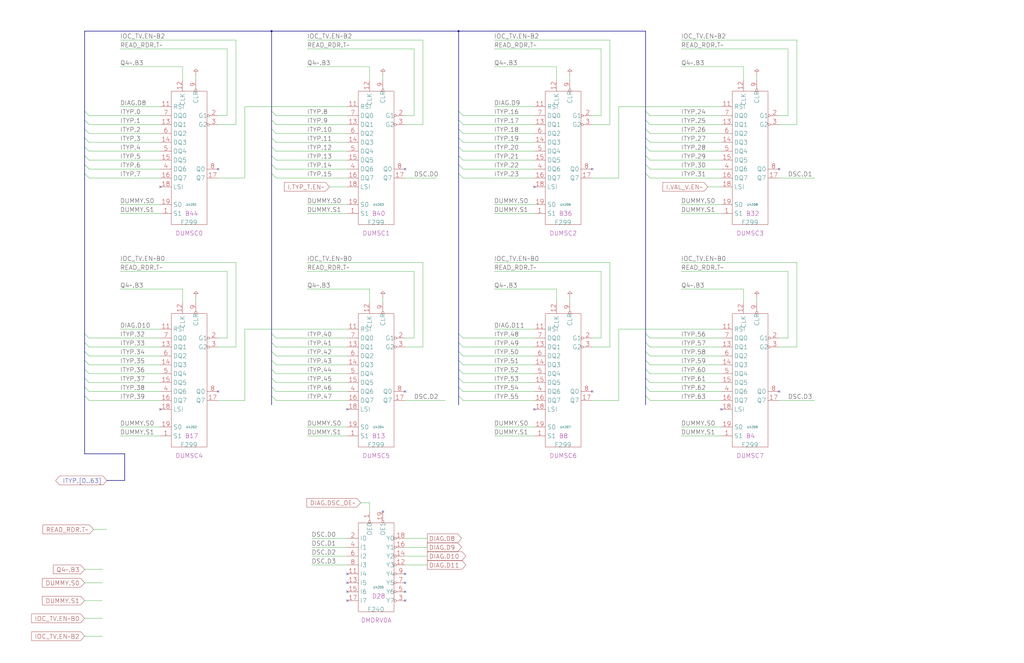
<source format=kicad_sch>
(kicad_sch (version 20230121) (generator eeschema)
  (paper "User" 584.2 378.46)
  (title_block (title "DUMMY RDR\\nTYPE") (date "22-SEP-90") (rev "2.0") (comment 1 "IOC") (comment 2 "232-003061") (comment 3 "S400") (comment 4 "RELEASED"))
  (lib_symbols
    (symbol "r1000:F240" (pin_names (offset 1.016))
      (property "Reference" "U" (at 2.54 5.08 0))
      (property "Value" "F240" (at -3.81 -7.62 0))
      (property "Location" "___" (at -1.27 0 0))
      (property "Name" "______" (at 1.27 -15.24 0))
      (symbol "F240_1_1"
        (rectangle (start -8.89 41.91) (end 11.43 -8.89))
        (circle (center -2.54 42.545) (radius 0.635))
        (circle (center 5.08 42.545) (radius 0.635))
        (circle (center 12.065 -2.54) (radius 0.635))
        (circle (center 12.065 2.54) (radius 0.635))
        (circle (center 12.065 7.62) (radius 0.635))
        (circle (center 12.065 12.7) (radius 0.635))
        (circle (center 12.065 17.78) (radius 0.635))
        (circle (center 12.065 22.86) (radius 0.635))
        (circle (center 12.065 27.94) (radius 0.635))
        (circle (center 12.065 33.02) (radius 0.635))
        (pin input line (at -2.54 48.26 270) (length 5.08) (name "OE0") (number "1"))
        (pin input line (at -15.24 12.7 0) (length 6.35) (name "I4") (number "11"))
        (pin tri_state line (at 17.78 17.78 180) (length 5.08) (name "Y3") (number "12"))
        (pin input line (at -15.24 7.62 0) (length 6.35) (name "I5") (number "13"))
        (pin tri_state line (at 17.78 22.86 180) (length 5.08) (name "Y2") (number "14"))
        (pin input line (at -15.24 2.54 0) (length 6.35) (name "I6") (number "15"))
        (pin tri_state line (at 17.78 27.94 180) (length 5.08) (name "Y1") (number "16"))
        (pin input line (at -15.24 -2.54 0) (length 6.35) (name "I7") (number "17"))
        (pin tri_state line (at 17.78 33.02 180) (length 5.08) (name "Y0") (number "18"))
        (pin input line (at 5.08 48.26 270) (length 5.08) (name "OE1") (number "19"))
        (pin input line (at -15.24 33.02 0) (length 6.35) (name "I0") (number "2"))
        (pin tri_state line (at 17.78 -2.54 180) (length 5.08) (name "Y7") (number "3"))
        (pin input line (at -15.24 27.94 0) (length 6.35) (name "I1") (number "4"))
        (pin tri_state line (at 17.78 2.54 180) (length 5.08) (name "Y6") (number "5"))
        (pin input line (at -15.24 22.86 0) (length 6.35) (name "I2") (number "6"))
        (pin tri_state line (at 17.78 7.62 180) (length 5.08) (name "Y5") (number "7"))
        (pin input line (at -15.24 17.78 0) (length 6.35) (name "I3") (number "8"))
        (pin tri_state line (at 17.78 12.7 180) (length 5.08) (name "Y4") (number "9"))
      )
    )
    (symbol "r1000:F299" (pin_names (offset 1.016))
      (property "Reference" "U" (at 2.54 5.08 0))
      (property "Value" "F299" (at -3.81 -5.08 0))
      (property "Location" "___" (at -1.27 0 0))
      (property "Name" "______" (at 1.27 -12.7 0))
      (symbol "F299_1_1"
        (rectangle (start -8.89 69.85) (end 11.43 -6.35))
        (circle (center 5.08 70.485) (radius 0.635))
        (circle (center 12.065 50.8) (radius 0.635))
        (circle (center 12.065 55.88) (radius 0.635))
        (pin input line (at -15.24 0 0) (length 6.35) (name "S1") (number "1"))
        (pin input line (at -15.24 60.96 0) (length 6.35) (name "RSI") (number "11"))
        (pin input line (at -2.54 76.2 270) (length 6.35) (name "CLK") (number "12"))
        (pin bidirectional line (at -15.24 50.8 0) (length 6.35) (name "DQ1") (number "13"))
        (pin bidirectional line (at -15.24 40.64 0) (length 6.35) (name "DQ3") (number "14"))
        (pin bidirectional line (at -15.24 30.48 0) (length 6.35) (name "DQ5") (number "15"))
        (pin bidirectional line (at -15.24 20.32 0) (length 6.35) (name "DQ7") (number "16"))
        (pin output line (at 17.78 20.32 180) (length 6.35) (name "Q7") (number "17"))
        (pin input line (at -15.24 15.24 0) (length 6.35) (name "LSI") (number "18"))
        (pin input line (at -15.24 5.08 0) (length 6.35) (name "S0") (number "19"))
        (pin input line (at 17.78 55.88 180) (length 5.08) (name "G1") (number "2"))
        (pin input line (at 17.78 50.8 180) (length 5.08) (name "G2") (number "3"))
        (pin bidirectional line (at -15.24 25.4 0) (length 6.35) (name "DQ6") (number "4"))
        (pin bidirectional line (at -15.24 35.56 0) (length 6.35) (name "DQ4") (number "5"))
        (pin bidirectional line (at -15.24 45.72 0) (length 6.35) (name "DQ2") (number "6"))
        (pin bidirectional line (at -15.24 55.88 0) (length 6.35) (name "DQ0") (number "7"))
        (pin output line (at 17.78 25.4 180) (length 6.35) (name "Q0") (number "8"))
        (pin input line (at 5.08 76.2 270) (length 5.08) (name "CLR") (number "9"))
      )
    )
    (symbol "r1000:PU" (power) (pin_numbers hide) (pin_names hide)
      (symbol "PU_0_1"
        (polyline (pts (xy 0 2.54) (xy -1.27 2.54) (xy 0 3.81) (xy 1.27 2.54) (xy 0 2.54)) (stroke (width 0.1524)))
      )
      (symbol "PU_1_1"
        (pin power_in line (at 0 0 90) (length 2.54) (name "PU") (number "1"))
      )
    )
  )
  (junction (at 154.94 17.78))
  (junction (at 261.62 17.78))
  (no_connect (at 198.12 233.68))
  (no_connect (at 198.12 327.66))
  (no_connect (at 231.14 223.52))
  (no_connect (at 124.46 96.52))
  (no_connect (at 91.44 233.68))
  (no_connect (at 231.14 96.52))
  (no_connect (at 231.14 327.66))
  (no_connect (at 218.44 292.1))
  (no_connect (at 198.12 342.9))
  (no_connect (at 91.44 106.68))
  (no_connect (at 337.82 96.52))
  (no_connect (at 444.5 223.52))
  (no_connect (at 231.14 342.9))
  (no_connect (at 337.82 223.52))
  (no_connect (at 231.14 337.82))
  (no_connect (at 444.5 96.52))
  (no_connect (at 124.46 223.52))
  (no_connect (at 198.12 337.82))
  (no_connect (at 411.48 233.68))
  (no_connect (at 198.12 332.74))
  (no_connect (at 304.8 233.68))
  (no_connect (at 304.8 106.68))
  (no_connect (at 231.14 332.74))
  (bus_entry (at 154.94 83.82) (size 2.54 2.54))
  (bus_entry (at 48.26 78.74) (size 2.54 2.54))
  (bus_entry (at 261.62 88.9) (size 2.54 2.54))
  (bus_entry (at 154.94 215.9) (size 2.54 2.54))
  (bus_entry (at 261.62 220.98) (size 2.54 2.54))
  (bus_entry (at 48.26 200.66) (size 2.54 2.54))
  (bus_entry (at 261.62 93.98) (size 2.54 2.54))
  (bus_entry (at 48.26 88.9) (size 2.54 2.54))
  (bus_entry (at 48.26 195.58) (size 2.54 2.54))
  (bus_entry (at 48.26 63.5) (size 2.54 2.54))
  (bus_entry (at 48.26 205.74) (size 2.54 2.54))
  (bus_entry (at 154.94 93.98) (size 2.54 2.54))
  (bus_entry (at 261.62 190.5) (size 2.54 2.54))
  (bus_entry (at 368.3 220.98) (size 2.54 2.54))
  (bus_entry (at 261.62 99.06) (size 2.54 2.54))
  (bus_entry (at 154.94 210.82) (size 2.54 2.54))
  (bus_entry (at 48.26 190.5) (size 2.54 2.54))
  (bus_entry (at 261.62 195.58) (size 2.54 2.54))
  (bus_entry (at 261.62 200.66) (size 2.54 2.54))
  (bus_entry (at 368.3 215.9) (size 2.54 2.54))
  (bus_entry (at 368.3 63.5) (size 2.54 2.54))
  (bus_entry (at 154.94 73.66) (size 2.54 2.54))
  (bus_entry (at 154.94 78.74) (size 2.54 2.54))
  (bus_entry (at 368.3 195.58) (size 2.54 2.54))
  (bus_entry (at 368.3 68.58) (size 2.54 2.54))
  (bus_entry (at 154.94 63.5) (size 2.54 2.54))
  (bus_entry (at 48.26 210.82) (size 2.54 2.54))
  (bus_entry (at 48.26 226.06) (size 2.54 2.54))
  (bus_entry (at 261.62 78.74) (size 2.54 2.54))
  (bus_entry (at 261.62 205.74) (size 2.54 2.54))
  (bus_entry (at 261.62 63.5) (size 2.54 2.54))
  (bus_entry (at 48.26 99.06) (size 2.54 2.54))
  (bus_entry (at 368.3 78.74) (size 2.54 2.54))
  (bus_entry (at 154.94 195.58) (size 2.54 2.54))
  (bus_entry (at 261.62 210.82) (size 2.54 2.54))
  (bus_entry (at 368.3 83.82) (size 2.54 2.54))
  (bus_entry (at 48.26 68.58) (size 2.54 2.54))
  (bus_entry (at 368.3 210.82) (size 2.54 2.54))
  (bus_entry (at 48.26 215.9) (size 2.54 2.54))
  (bus_entry (at 154.94 205.74) (size 2.54 2.54))
  (bus_entry (at 48.26 73.66) (size 2.54 2.54))
  (bus_entry (at 368.3 200.66) (size 2.54 2.54))
  (bus_entry (at 261.62 68.58) (size 2.54 2.54))
  (bus_entry (at 154.94 226.06) (size 2.54 2.54))
  (bus_entry (at 368.3 226.06) (size 2.54 2.54))
  (bus_entry (at 154.94 68.58) (size 2.54 2.54))
  (bus_entry (at 368.3 88.9) (size 2.54 2.54))
  (bus_entry (at 154.94 190.5) (size 2.54 2.54))
  (bus_entry (at 261.62 226.06) (size 2.54 2.54))
  (bus_entry (at 48.26 93.98) (size 2.54 2.54))
  (bus_entry (at 368.3 190.5) (size 2.54 2.54))
  (bus_entry (at 154.94 220.98) (size 2.54 2.54))
  (bus_entry (at 154.94 88.9) (size 2.54 2.54))
  (bus_entry (at 368.3 99.06) (size 2.54 2.54))
  (bus_entry (at 154.94 200.66) (size 2.54 2.54))
  (bus_entry (at 261.62 83.82) (size 2.54 2.54))
  (bus_entry (at 368.3 93.98) (size 2.54 2.54))
  (bus_entry (at 368.3 73.66) (size 2.54 2.54))
  (bus_entry (at 48.26 220.98) (size 2.54 2.54))
  (bus_entry (at 48.26 83.82) (size 2.54 2.54))
  (bus_entry (at 261.62 73.66) (size 2.54 2.54))
  (bus_entry (at 368.3 205.74) (size 2.54 2.54))
  (bus_entry (at 154.94 99.06) (size 2.54 2.54))
  (bus_entry (at 261.62 215.9) (size 2.54 2.54))
  (wire (pts (xy 449.58 27.94) (xy 388.62 27.94)))
  (wire (pts (xy 177.8 317.5) (xy 198.12 317.5)))
  (wire (pts (xy 210.82 172.72) (xy 210.82 165.1)))
  (wire (pts (xy 53.34 302.26) (xy 60.96 302.26)))
  (wire (pts (xy 342.9 66.04) (xy 342.9 27.94)))
  (wire (pts (xy 444.5 71.12) (xy 454.66 71.12)))
  (wire (pts (xy 124.46 228.6) (xy 139.7 228.6)))
  (wire (pts (xy 157.48 86.36) (xy 198.12 86.36)))
  (wire (pts (xy 139.7 60.96) (xy 198.12 60.96)))
  (bus (pts (xy 368.3 17.78) (xy 261.62 17.78)))
  (bus (pts (xy 261.62 205.74) (xy 261.62 210.82)))
  (wire (pts (xy 210.82 45.72) (xy 210.82 38.1)))
  (wire (pts (xy 157.48 223.52) (xy 198.12 223.52)))
  (bus (pts (xy 154.94 83.82) (xy 154.94 88.9)))
  (wire (pts (xy 210.82 287.02) (xy 210.82 292.1)))
  (wire (pts (xy 449.58 66.04) (xy 449.58 27.94)))
  (bus (pts (xy 154.94 78.74) (xy 154.94 83.82)))
  (bus (pts (xy 368.3 215.9) (xy 368.3 220.98)))
  (bus (pts (xy 261.62 195.58) (xy 261.62 200.66)))
  (wire (pts (xy 177.8 312.42) (xy 198.12 312.42)))
  (bus (pts (xy 368.3 17.78) (xy 368.3 63.5)))
  (wire (pts (xy 50.8 213.36) (xy 91.44 213.36)))
  (bus (pts (xy 368.3 63.5) (xy 368.3 68.58)))
  (wire (pts (xy 236.22 193.04) (xy 236.22 154.94)))
  (wire (pts (xy 353.06 228.6) (xy 353.06 187.96)))
  (bus (pts (xy 261.62 17.78) (xy 154.94 17.78)))
  (wire (pts (xy 50.8 203.2) (xy 91.44 203.2)))
  (wire (pts (xy 337.82 71.12) (xy 347.98 71.12)))
  (wire (pts (xy 111.76 170.18) (xy 111.76 172.72)))
  (wire (pts (xy 449.58 154.94) (xy 388.62 154.94)))
  (wire (pts (xy 236.22 27.94) (xy 175.26 27.94)))
  (wire (pts (xy 231.14 322.58) (xy 243.84 322.58)))
  (bus (pts (xy 154.94 200.66) (xy 154.94 205.74)))
  (bus (pts (xy 261.62 93.98) (xy 261.62 99.06)))
  (bus (pts (xy 154.94 210.82) (xy 154.94 215.9)))
  (bus (pts (xy 261.62 190.5) (xy 261.62 195.58)))
  (bus (pts (xy 154.94 88.9) (xy 154.94 93.98)))
  (wire (pts (xy 444.5 193.04) (xy 449.58 193.04)))
  (wire (pts (xy 424.18 165.1) (xy 388.62 165.1)))
  (wire (pts (xy 454.66 71.12) (xy 454.66 22.86)))
  (wire (pts (xy 210.82 165.1) (xy 175.26 165.1)))
  (bus (pts (xy 368.3 205.74) (xy 368.3 210.82)))
  (wire (pts (xy 187.96 106.68) (xy 198.12 106.68)))
  (bus (pts (xy 48.26 17.78) (xy 48.26 63.5)))
  (wire (pts (xy 157.48 203.2) (xy 198.12 203.2)))
  (bus (pts (xy 48.26 215.9) (xy 48.26 220.98)))
  (wire (pts (xy 68.58 248.92) (xy 91.44 248.92)))
  (wire (pts (xy 231.14 198.12) (xy 241.3 198.12)))
  (wire (pts (xy 175.26 243.84) (xy 198.12 243.84)))
  (wire (pts (xy 353.06 60.96) (xy 411.48 60.96)))
  (wire (pts (xy 337.82 101.6) (xy 353.06 101.6)))
  (wire (pts (xy 281.94 187.96) (xy 304.8 187.96)))
  (wire (pts (xy 370.84 193.04) (xy 411.48 193.04)))
  (wire (pts (xy 134.62 22.86) (xy 68.58 22.86)))
  (wire (pts (xy 370.84 203.2) (xy 411.48 203.2)))
  (wire (pts (xy 157.48 193.04) (xy 198.12 193.04)))
  (wire (pts (xy 124.46 66.04) (xy 129.54 66.04)))
  (bus (pts (xy 368.3 83.82) (xy 368.3 88.9)))
  (wire (pts (xy 337.82 193.04) (xy 342.9 193.04)))
  (wire (pts (xy 325.12 170.18) (xy 325.12 172.72)))
  (wire (pts (xy 403.86 106.68) (xy 411.48 106.68)))
  (wire (pts (xy 424.18 38.1) (xy 388.62 38.1)))
  (bus (pts (xy 261.62 210.82) (xy 261.62 215.9)))
  (wire (pts (xy 264.16 66.04) (xy 304.8 66.04)))
  (bus (pts (xy 261.62 215.9) (xy 261.62 220.98)))
  (wire (pts (xy 139.7 228.6) (xy 139.7 187.96)))
  (wire (pts (xy 454.66 22.86) (xy 388.62 22.86)))
  (wire (pts (xy 175.26 121.92) (xy 198.12 121.92)))
  (wire (pts (xy 388.62 121.92) (xy 411.48 121.92)))
  (bus (pts (xy 154.94 99.06) (xy 154.94 190.5)))
  (wire (pts (xy 104.14 172.72) (xy 104.14 165.1)))
  (wire (pts (xy 50.8 96.52) (xy 91.44 96.52)))
  (bus (pts (xy 48.26 190.5) (xy 48.26 195.58)))
  (wire (pts (xy 134.62 71.12) (xy 134.62 22.86)))
  (bus (pts (xy 60.96 274.32) (xy 71.12 274.32)))
  (wire (pts (xy 347.98 198.12) (xy 347.98 149.86)))
  (wire (pts (xy 236.22 66.04) (xy 236.22 27.94)))
  (wire (pts (xy 50.8 223.52) (xy 91.44 223.52)))
  (bus (pts (xy 154.94 215.9) (xy 154.94 220.98)))
  (wire (pts (xy 129.54 27.94) (xy 68.58 27.94)))
  (bus (pts (xy 48.26 226.06) (xy 48.26 259.08)))
  (wire (pts (xy 68.58 121.92) (xy 91.44 121.92)))
  (wire (pts (xy 50.8 66.04) (xy 91.44 66.04)))
  (wire (pts (xy 281.94 60.96) (xy 304.8 60.96)))
  (wire (pts (xy 342.9 193.04) (xy 342.9 154.94)))
  (wire (pts (xy 231.14 307.34) (xy 243.84 307.34)))
  (bus (pts (xy 154.94 205.74) (xy 154.94 210.82)))
  (wire (pts (xy 48.26 342.9) (xy 58.42 342.9)))
  (wire (pts (xy 370.84 81.28) (xy 411.48 81.28)))
  (wire (pts (xy 444.5 198.12) (xy 454.66 198.12)))
  (wire (pts (xy 317.5 165.1) (xy 281.94 165.1)))
  (wire (pts (xy 50.8 76.2) (xy 91.44 76.2)))
  (wire (pts (xy 157.48 198.12) (xy 198.12 198.12)))
  (wire (pts (xy 370.84 86.36) (xy 411.48 86.36)))
  (wire (pts (xy 241.3 71.12) (xy 241.3 22.86)))
  (wire (pts (xy 353.06 101.6) (xy 353.06 60.96)))
  (wire (pts (xy 157.48 208.28) (xy 198.12 208.28)))
  (wire (pts (xy 231.14 317.5) (xy 243.84 317.5)))
  (wire (pts (xy 241.3 198.12) (xy 241.3 149.86)))
  (wire (pts (xy 388.62 116.84) (xy 411.48 116.84)))
  (bus (pts (xy 368.3 226.06) (xy 368.3 231.14)))
  (wire (pts (xy 231.14 66.04) (xy 236.22 66.04)))
  (wire (pts (xy 264.16 208.28) (xy 304.8 208.28)))
  (wire (pts (xy 231.14 312.42) (xy 243.84 312.42)))
  (wire (pts (xy 175.26 248.92) (xy 198.12 248.92)))
  (wire (pts (xy 134.62 149.86) (xy 68.58 149.86)))
  (wire (pts (xy 177.8 307.34) (xy 198.12 307.34)))
  (wire (pts (xy 325.12 43.18) (xy 325.12 45.72)))
  (wire (pts (xy 317.5 45.72) (xy 317.5 38.1)))
  (wire (pts (xy 337.82 198.12) (xy 347.98 198.12)))
  (wire (pts (xy 264.16 71.12) (xy 304.8 71.12)))
  (wire (pts (xy 218.44 43.18) (xy 218.44 45.72)))
  (wire (pts (xy 264.16 228.6) (xy 304.8 228.6)))
  (wire (pts (xy 317.5 38.1) (xy 281.94 38.1)))
  (bus (pts (xy 154.94 68.58) (xy 154.94 73.66)))
  (bus (pts (xy 48.26 210.82) (xy 48.26 215.9)))
  (bus (pts (xy 154.94 226.06) (xy 154.94 231.14)))
  (wire (pts (xy 353.06 187.96) (xy 411.48 187.96)))
  (bus (pts (xy 48.26 93.98) (xy 48.26 99.06)))
  (wire (pts (xy 50.8 208.28) (xy 91.44 208.28)))
  (bus (pts (xy 48.26 68.58) (xy 48.26 73.66)))
  (bus (pts (xy 368.3 68.58) (xy 368.3 73.66)))
  (bus (pts (xy 48.26 88.9) (xy 48.26 93.98)))
  (wire (pts (xy 134.62 198.12) (xy 134.62 149.86)))
  (wire (pts (xy 454.66 198.12) (xy 454.66 149.86)))
  (wire (pts (xy 157.48 101.6) (xy 198.12 101.6)))
  (wire (pts (xy 347.98 22.86) (xy 281.94 22.86)))
  (bus (pts (xy 261.62 226.06) (xy 261.62 231.14)))
  (bus (pts (xy 154.94 17.78) (xy 48.26 17.78)))
  (wire (pts (xy 342.9 27.94) (xy 281.94 27.94)))
  (wire (pts (xy 370.84 208.28) (xy 411.48 208.28)))
  (wire (pts (xy 50.8 218.44) (xy 91.44 218.44)))
  (wire (pts (xy 264.16 101.6) (xy 304.8 101.6)))
  (wire (pts (xy 264.16 81.28) (xy 304.8 81.28)))
  (wire (pts (xy 347.98 149.86) (xy 281.94 149.86)))
  (bus (pts (xy 261.62 68.58) (xy 261.62 73.66)))
  (wire (pts (xy 424.18 172.72) (xy 424.18 165.1)))
  (wire (pts (xy 388.62 248.92) (xy 411.48 248.92)))
  (bus (pts (xy 368.3 195.58) (xy 368.3 200.66)))
  (bus (pts (xy 48.26 78.74) (xy 48.26 83.82)))
  (wire (pts (xy 50.8 71.12) (xy 91.44 71.12)))
  (wire (pts (xy 50.8 228.6) (xy 91.44 228.6)))
  (wire (pts (xy 48.26 353.06) (xy 58.42 353.06)))
  (wire (pts (xy 370.84 213.36) (xy 411.48 213.36)))
  (wire (pts (xy 264.16 193.04) (xy 304.8 193.04)))
  (wire (pts (xy 157.48 228.6) (xy 198.12 228.6)))
  (wire (pts (xy 124.46 193.04) (xy 129.54 193.04)))
  (bus (pts (xy 48.26 195.58) (xy 48.26 200.66)))
  (bus (pts (xy 261.62 73.66) (xy 261.62 78.74)))
  (wire (pts (xy 264.16 213.36) (xy 304.8 213.36)))
  (bus (pts (xy 71.12 274.32) (xy 71.12 259.08)))
  (wire (pts (xy 157.48 213.36) (xy 198.12 213.36)))
  (wire (pts (xy 68.58 116.84) (xy 91.44 116.84)))
  (wire (pts (xy 139.7 187.96) (xy 198.12 187.96)))
  (wire (pts (xy 175.26 116.84) (xy 198.12 116.84)))
  (wire (pts (xy 231.14 71.12) (xy 241.3 71.12)))
  (wire (pts (xy 48.26 332.74) (xy 58.42 332.74)))
  (wire (pts (xy 347.98 71.12) (xy 347.98 22.86)))
  (wire (pts (xy 342.9 154.94) (xy 281.94 154.94)))
  (bus (pts (xy 368.3 220.98) (xy 368.3 226.06)))
  (wire (pts (xy 264.16 76.2) (xy 304.8 76.2)))
  (wire (pts (xy 337.82 228.6) (xy 353.06 228.6)))
  (wire (pts (xy 370.84 228.6) (xy 411.48 228.6)))
  (wire (pts (xy 231.14 193.04) (xy 236.22 193.04)))
  (wire (pts (xy 104.14 38.1) (xy 68.58 38.1)))
  (bus (pts (xy 261.62 88.9) (xy 261.62 93.98)))
  (wire (pts (xy 50.8 198.12) (xy 91.44 198.12)))
  (bus (pts (xy 154.94 63.5) (xy 154.94 68.58)))
  (bus (pts (xy 368.3 73.66) (xy 368.3 78.74)))
  (wire (pts (xy 264.16 198.12) (xy 304.8 198.12)))
  (wire (pts (xy 68.58 187.96) (xy 91.44 187.96)))
  (wire (pts (xy 68.58 60.96) (xy 91.44 60.96)))
  (wire (pts (xy 370.84 91.44) (xy 411.48 91.44)))
  (wire (pts (xy 50.8 193.04) (xy 91.44 193.04)))
  (wire (pts (xy 157.48 71.12) (xy 198.12 71.12)))
  (bus (pts (xy 48.26 205.74) (xy 48.26 210.82)))
  (wire (pts (xy 424.18 45.72) (xy 424.18 38.1)))
  (bus (pts (xy 368.3 190.5) (xy 368.3 195.58)))
  (bus (pts (xy 48.26 99.06) (xy 48.26 190.5)))
  (bus (pts (xy 261.62 78.74) (xy 261.62 83.82)))
  (wire (pts (xy 264.16 96.52) (xy 304.8 96.52)))
  (wire (pts (xy 370.84 76.2) (xy 411.48 76.2)))
  (wire (pts (xy 129.54 66.04) (xy 129.54 27.94)))
  (wire (pts (xy 157.48 66.04) (xy 198.12 66.04)))
  (wire (pts (xy 388.62 243.84) (xy 411.48 243.84)))
  (wire (pts (xy 205.74 287.02) (xy 210.82 287.02)))
  (wire (pts (xy 124.46 198.12) (xy 134.62 198.12)))
  (wire (pts (xy 177.8 322.58) (xy 198.12 322.58)))
  (wire (pts (xy 104.14 45.72) (xy 104.14 38.1)))
  (wire (pts (xy 264.16 91.44) (xy 304.8 91.44)))
  (wire (pts (xy 264.16 223.52) (xy 304.8 223.52)))
  (wire (pts (xy 210.82 38.1) (xy 175.26 38.1)))
  (bus (pts (xy 261.62 220.98) (xy 261.62 226.06)))
  (wire (pts (xy 370.84 66.04) (xy 411.48 66.04)))
  (wire (pts (xy 104.14 165.1) (xy 68.58 165.1)))
  (wire (pts (xy 157.48 76.2) (xy 198.12 76.2)))
  (bus (pts (xy 368.3 210.82) (xy 368.3 215.9)))
  (wire (pts (xy 50.8 101.6) (xy 91.44 101.6)))
  (wire (pts (xy 231.14 101.6) (xy 248.92 101.6)))
  (wire (pts (xy 454.66 149.86) (xy 388.62 149.86)))
  (wire (pts (xy 129.54 154.94) (xy 68.58 154.94)))
  (wire (pts (xy 231.14 228.6) (xy 254 228.6)))
  (wire (pts (xy 281.94 121.92) (xy 304.8 121.92)))
  (wire (pts (xy 264.16 203.2) (xy 304.8 203.2)))
  (bus (pts (xy 48.26 83.82) (xy 48.26 88.9)))
  (wire (pts (xy 157.48 81.28) (xy 198.12 81.28)))
  (wire (pts (xy 241.3 149.86) (xy 175.26 149.86)))
  (wire (pts (xy 124.46 101.6) (xy 139.7 101.6)))
  (bus (pts (xy 71.12 259.08) (xy 48.26 259.08)))
  (bus (pts (xy 154.94 195.58) (xy 154.94 200.66)))
  (wire (pts (xy 157.48 91.44) (xy 198.12 91.44)))
  (wire (pts (xy 218.44 170.18) (xy 218.44 172.72)))
  (wire (pts (xy 50.8 81.28) (xy 91.44 81.28)))
  (wire (pts (xy 157.48 218.44) (xy 198.12 218.44)))
  (bus (pts (xy 48.26 200.66) (xy 48.26 205.74)))
  (wire (pts (xy 370.84 198.12) (xy 411.48 198.12)))
  (wire (pts (xy 124.46 71.12) (xy 134.62 71.12)))
  (bus (pts (xy 154.94 190.5) (xy 154.94 195.58)))
  (bus (pts (xy 368.3 200.66) (xy 368.3 205.74)))
  (wire (pts (xy 317.5 172.72) (xy 317.5 165.1)))
  (wire (pts (xy 281.94 116.84) (xy 304.8 116.84)))
  (wire (pts (xy 370.84 223.52) (xy 411.48 223.52)))
  (wire (pts (xy 50.8 86.36) (xy 91.44 86.36)))
  (bus (pts (xy 261.62 63.5) (xy 261.62 68.58)))
  (wire (pts (xy 264.16 218.44) (xy 304.8 218.44)))
  (wire (pts (xy 337.82 66.04) (xy 342.9 66.04)))
  (bus (pts (xy 368.3 99.06) (xy 368.3 190.5)))
  (wire (pts (xy 281.94 243.84) (xy 304.8 243.84)))
  (bus (pts (xy 48.26 63.5) (xy 48.26 68.58)))
  (wire (pts (xy 48.26 363.22) (xy 58.42 363.22)))
  (wire (pts (xy 157.48 96.52) (xy 198.12 96.52)))
  (wire (pts (xy 444.5 101.6) (xy 464.82 101.6)))
  (bus (pts (xy 261.62 200.66) (xy 261.62 205.74)))
  (bus (pts (xy 154.94 220.98) (xy 154.94 226.06)))
  (wire (pts (xy 449.58 193.04) (xy 449.58 154.94)))
  (wire (pts (xy 68.58 243.84) (xy 91.44 243.84)))
  (wire (pts (xy 370.84 71.12) (xy 411.48 71.12)))
  (wire (pts (xy 241.3 22.86) (xy 175.26 22.86)))
  (wire (pts (xy 370.84 96.52) (xy 411.48 96.52)))
  (wire (pts (xy 48.26 325.12) (xy 58.42 325.12)))
  (wire (pts (xy 444.5 228.6) (xy 464.82 228.6)))
  (bus (pts (xy 261.62 99.06) (xy 261.62 190.5)))
  (wire (pts (xy 236.22 154.94) (xy 175.26 154.94)))
  (wire (pts (xy 444.5 66.04) (xy 449.58 66.04)))
  (wire (pts (xy 139.7 101.6) (xy 139.7 60.96)))
  (wire (pts (xy 281.94 248.92) (xy 304.8 248.92)))
  (wire (pts (xy 264.16 86.36) (xy 304.8 86.36)))
  (bus (pts (xy 48.26 220.98) (xy 48.26 226.06)))
  (wire (pts (xy 431.8 43.18) (xy 431.8 45.72)))
  (bus (pts (xy 368.3 88.9) (xy 368.3 93.98)))
  (wire (pts (xy 111.76 43.18) (xy 111.76 45.72)))
  (bus (pts (xy 261.62 17.78) (xy 261.62 63.5)))
  (bus (pts (xy 154.94 17.78) (xy 154.94 63.5)))
  (bus (pts (xy 154.94 93.98) (xy 154.94 99.06)))
  (wire (pts (xy 129.54 193.04) (xy 129.54 154.94)))
  (bus (pts (xy 154.94 73.66) (xy 154.94 78.74)))
  (wire (pts (xy 370.84 218.44) (xy 411.48 218.44)))
  (bus (pts (xy 48.26 73.66) (xy 48.26 78.74)))
  (bus (pts (xy 261.62 83.82) (xy 261.62 88.9)))
  (wire (pts (xy 431.8 170.18) (xy 431.8 172.72)))
  (wire (pts (xy 370.84 101.6) (xy 411.48 101.6)))
  (bus (pts (xy 368.3 93.98) (xy 368.3 99.06)))
  (wire (pts (xy 50.8 91.44) (xy 91.44 91.44)))
  (bus (pts (xy 368.3 78.74) (xy 368.3 83.82)))
  (label "ITYP.9" (at 175.26 71.12 0) (effects (font (size 2.54 2.54))))
  (label "Q4~.B3" (at 175.26 165.1 0) (effects (font (size 2.54 2.54))))
  (label "IOC_TV.EN~B0" (at 175.26 149.86 0) (effects (font (size 2.54 2.54))))
  (label "ITYP.48" (at 281.94 193.04 0) (effects (font (size 2.54 2.54))))
  (label "DSC.D0" (at 236.22 101.6 0) (effects (font (size 2.54 2.54))))
  (label "ITYP.40" (at 175.26 193.04 0) (effects (font (size 2.54 2.54))))
  (label "ITYP.30" (at 388.62 96.52 0) (effects (font (size 2.54 2.54))))
  (label "DIAG.D10" (at 68.58 187.96 0) (effects (font (size 2.54 2.54))))
  (label "ITYP.38" (at 68.58 223.52 0) (effects (font (size 2.54 2.54))))
  (label "ITYP.49" (at 281.94 198.12 0) (effects (font (size 2.54 2.54))))
  (label "ITYP.14" (at 175.26 96.52 0) (effects (font (size 2.54 2.54))))
  (label "READ_RDR.T~" (at 388.62 154.94 0) (effects (font (size 2.54 2.54))))
  (label "ITYP.21" (at 281.94 91.44 0) (effects (font (size 2.54 2.54))))
  (label "DUMMY.S0" (at 68.58 243.84 0) (effects (font (size 2.54 2.54))))
  (label "DUMMY.S0" (at 175.26 116.84 0) (effects (font (size 2.54 2.54))))
  (label "DIAG.D8" (at 68.58 60.96 0) (effects (font (size 2.54 2.54))))
  (label "ITYP.25" (at 388.62 71.12 0) (effects (font (size 2.54 2.54))))
  (label "ITYP.39" (at 68.58 228.6 0) (effects (font (size 2.54 2.54))))
  (label "DSC.D0" (at 177.8 307.34 0) (effects (font (size 2.54 2.54))))
  (label "ITYP.18" (at 281.94 76.2 0) (effects (font (size 2.54 2.54))))
  (label "IOC_TV.EN~B0" (at 281.94 149.86 0) (effects (font (size 2.54 2.54))))
  (label "ITYP.33" (at 68.58 198.12 0) (effects (font (size 2.54 2.54))))
  (label "ITYP.24" (at 388.62 66.04 0) (effects (font (size 2.54 2.54))))
  (label "ITYP.23" (at 281.94 101.6 0) (effects (font (size 2.54 2.54))))
  (label "Q4~.B3" (at 388.62 165.1 0) (effects (font (size 2.54 2.54))))
  (label "ITYP.32" (at 68.58 193.04 0) (effects (font (size 2.54 2.54))))
  (label "ITYP.61" (at 388.62 218.44 0) (effects (font (size 2.54 2.54))))
  (label "DUMMY.S1" (at 68.58 248.92 0) (effects (font (size 2.54 2.54))))
  (label "IOC_TV.EN~B2" (at 175.26 22.86 0) (effects (font (size 2.54 2.54))))
  (label "ITYP.3" (at 68.58 81.28 0) (effects (font (size 2.54 2.54))))
  (label "ITYP.53" (at 281.94 218.44 0) (effects (font (size 2.54 2.54))))
  (label "ITYP.34" (at 68.58 203.2 0) (effects (font (size 2.54 2.54))))
  (label "DUMMY.S1" (at 388.62 248.92 0) (effects (font (size 2.54 2.54))))
  (label "READ_RDR.T~" (at 388.62 27.94 0) (effects (font (size 2.54 2.54))))
  (label "ITYP.57" (at 388.62 198.12 0) (effects (font (size 2.54 2.54))))
  (label "Q4~.B3" (at 68.58 38.1 0) (effects (font (size 2.54 2.54))))
  (label "ITYP.8" (at 175.26 66.04 0) (effects (font (size 2.54 2.54))))
  (label "ITYP.51" (at 281.94 208.28 0) (effects (font (size 2.54 2.54))))
  (label "READ_RDR.T~" (at 175.26 27.94 0) (effects (font (size 2.54 2.54))))
  (label "ITYP.15" (at 175.26 101.6 0) (effects (font (size 2.54 2.54))))
  (label "ITYP.36" (at 68.58 213.36 0) (effects (font (size 2.54 2.54))))
  (label "DSC.D2" (at 236.22 228.6 0) (effects (font (size 2.54 2.54))))
  (label "ITYP.5" (at 68.58 91.44 0) (effects (font (size 2.54 2.54))))
  (label "ITYP.7" (at 68.58 101.6 0) (effects (font (size 2.54 2.54))))
  (label "DSC.D3" (at 449.58 228.6 0) (effects (font (size 2.54 2.54))))
  (label "DSC.D1" (at 449.58 101.6 0) (effects (font (size 2.54 2.54))))
  (label "DUMMY.S0" (at 175.26 243.84 0) (effects (font (size 2.54 2.54))))
  (label "ITYP.2" (at 68.58 76.2 0) (effects (font (size 2.54 2.54))))
  (label "ITYP.20" (at 281.94 86.36 0) (effects (font (size 2.54 2.54))))
  (label "ITYP.58" (at 388.62 203.2 0) (effects (font (size 2.54 2.54))))
  (label "ITYP.44" (at 175.26 213.36 0) (effects (font (size 2.54 2.54))))
  (label "ITYP.13" (at 175.26 91.44 0) (effects (font (size 2.54 2.54))))
  (label "DUMMY.S1" (at 281.94 248.92 0) (effects (font (size 2.54 2.54))))
  (label "ITYP.56" (at 388.62 193.04 0) (effects (font (size 2.54 2.54))))
  (label "IOC_TV.EN~B2" (at 68.58 22.86 0) (effects (font (size 2.54 2.54))))
  (label "ITYP.35" (at 68.58 208.28 0) (effects (font (size 2.54 2.54))))
  (label "ITYP.41" (at 175.26 198.12 0) (effects (font (size 2.54 2.54))))
  (label "ITYP.26" (at 388.62 76.2 0) (effects (font (size 2.54 2.54))))
  (label "READ_RDR.T~" (at 68.58 154.94 0) (effects (font (size 2.54 2.54))))
  (label "DIAG.D11" (at 281.94 187.96 0) (effects (font (size 2.54 2.54))))
  (label "ITYP.28" (at 388.62 86.36 0) (effects (font (size 2.54 2.54))))
  (label "DSC.D3" (at 177.8 322.58 0) (effects (font (size 2.54 2.54))))
  (label "DUMMY.S0" (at 281.94 243.84 0) (effects (font (size 2.54 2.54))))
  (label "Q4~.B3" (at 175.26 38.1 0) (effects (font (size 2.54 2.54))))
  (label "READ_RDR.T~" (at 175.26 154.94 0) (effects (font (size 2.54 2.54))))
  (label "DUMMY.S1" (at 68.58 121.92 0) (effects (font (size 2.54 2.54))))
  (label "DUMMY.S0" (at 388.62 116.84 0) (effects (font (size 2.54 2.54))))
  (label "ITYP.42" (at 175.26 203.2 0) (effects (font (size 2.54 2.54))))
  (label "ITYP.0" (at 68.58 66.04 0) (effects (font (size 2.54 2.54))))
  (label "ITYP.63" (at 388.62 228.6 0) (effects (font (size 2.54 2.54))))
  (label "ITYP.52" (at 281.94 213.36 0) (effects (font (size 2.54 2.54))))
  (label "ITYP.10" (at 175.26 76.2 0) (effects (font (size 2.54 2.54))))
  (label "DUMMY.S0" (at 281.94 116.84 0) (effects (font (size 2.54 2.54))))
  (label "ITYP.16" (at 281.94 66.04 0) (effects (font (size 2.54 2.54))))
  (label "DUMMY.S1" (at 175.26 121.92 0) (effects (font (size 2.54 2.54))))
  (label "ITYP.11" (at 175.26 81.28 0) (effects (font (size 2.54 2.54))))
  (label "DIAG.D9" (at 281.94 60.96 0) (effects (font (size 2.54 2.54))))
  (label "ITYP.37" (at 68.58 218.44 0) (effects (font (size 2.54 2.54))))
  (label "ITYP.29" (at 388.62 91.44 0) (effects (font (size 2.54 2.54))))
  (label "DUMMY.S0" (at 388.62 243.84 0) (effects (font (size 2.54 2.54))))
  (label "ITYP.47" (at 175.26 228.6 0) (effects (font (size 2.54 2.54))))
  (label "DSC.D2" (at 177.8 317.5 0) (effects (font (size 2.54 2.54))))
  (label "ITYP.12" (at 175.26 86.36 0) (effects (font (size 2.54 2.54))))
  (label "Q4~.B3" (at 68.58 165.1 0) (effects (font (size 2.54 2.54))))
  (label "ITYP.60" (at 388.62 213.36 0) (effects (font (size 2.54 2.54))))
  (label "DUMMY.S1" (at 388.62 121.92 0) (effects (font (size 2.54 2.54))))
  (label "ITYP.46" (at 175.26 223.52 0) (effects (font (size 2.54 2.54))))
  (label "ITYP.55" (at 281.94 228.6 0) (effects (font (size 2.54 2.54))))
  (label "Q4~.B3" (at 388.62 38.1 0) (effects (font (size 2.54 2.54))))
  (label "Q4~.B3" (at 281.94 38.1 0) (effects (font (size 2.54 2.54))))
  (label "ITYP.1" (at 68.58 71.12 0) (effects (font (size 2.54 2.54))))
  (label "ITYP.59" (at 388.62 208.28 0) (effects (font (size 2.54 2.54))))
  (label "READ_RDR.T~" (at 68.58 27.94 0) (effects (font (size 2.54 2.54))))
  (label "ITYP.62" (at 388.62 223.52 0) (effects (font (size 2.54 2.54))))
  (label "IOC_TV.EN~B2" (at 281.94 22.86 0) (effects (font (size 2.54 2.54))))
  (label "ITYP.22" (at 281.94 96.52 0) (effects (font (size 2.54 2.54))))
  (label "IOC_TV.EN~B0" (at 388.62 149.86 0) (effects (font (size 2.54 2.54))))
  (label "ITYP.43" (at 175.26 208.28 0) (effects (font (size 2.54 2.54))))
  (label "ITYP.4" (at 68.58 86.36 0) (effects (font (size 2.54 2.54))))
  (label "IOC_TV.EN~B2" (at 388.62 22.86 0) (effects (font (size 2.54 2.54))))
  (label "DUMMY.S1" (at 175.26 248.92 0) (effects (font (size 2.54 2.54))))
  (label "DSC.D1" (at 177.8 312.42 0) (effects (font (size 2.54 2.54))))
  (label "ITYP.6" (at 68.58 96.52 0) (effects (font (size 2.54 2.54))))
  (label "ITYP.45" (at 175.26 218.44 0) (effects (font (size 2.54 2.54))))
  (label "ITYP.27" (at 388.62 81.28 0) (effects (font (size 2.54 2.54))))
  (label "IOC_TV.EN~B0" (at 68.58 149.86 0) (effects (font (size 2.54 2.54))))
  (label "ITYP.17" (at 281.94 71.12 0) (effects (font (size 2.54 2.54))))
  (label "Q4~.B3" (at 281.94 165.1 0) (effects (font (size 2.54 2.54))))
  (label "ITYP.54" (at 281.94 223.52 0) (effects (font (size 2.54 2.54))))
  (label "READ_RDR.T~" (at 281.94 154.94 0) (effects (font (size 2.54 2.54))))
  (label "DUMMY.S1" (at 281.94 121.92 0) (effects (font (size 2.54 2.54))))
  (label "ITYP.19" (at 281.94 81.28 0) (effects (font (size 2.54 2.54))))
  (label "READ_RDR.T~" (at 281.94 27.94 0) (effects (font (size 2.54 2.54))))
  (label "DUMMY.S0" (at 68.58 116.84 0) (effects (font (size 2.54 2.54))))
  (label "ITYP.50" (at 281.94 203.2 0) (effects (font (size 2.54 2.54))))
  (label "ITYP.31" (at 388.62 101.6 0) (effects (font (size 2.54 2.54))))
  (global_label "IOC_TV.EN~B0" (shape input) (at 48.26 353.06 180) (effects (font (size 2.54 2.54))) (property "Intersheetrefs" "${INTERSHEET_REFS}" (at 18.034 352.9013 0) (effects (font (size 1.905 1.905)) (justify right))))
  (global_label "DIAG.D8" (shape output) (at 243.84 307.34 0) (effects (font (size 2.54 2.54))) (property "Intersheetrefs" "${INTERSHEET_REFS}" (at 263.3012 307.1813 0) (effects (font (size 1.905 1.905)) (justify left))))
  (global_label "DIAG.D10" (shape output) (at 243.84 317.5 0) (effects (font (size 2.54 2.54))) (property "Intersheetrefs" "${INTERSHEET_REFS}" (at 263.3012 317.3413 0) (effects (font (size 1.905 1.905)) (justify left))))
  (global_label "IOC_TV.EN~B2" (shape input) (at 48.26 363.22 180) (effects (font (size 2.54 2.54))) (property "Intersheetrefs" "${INTERSHEET_REFS}" (at 18.034 363.0613 0) (effects (font (size 1.905 1.905)) (justify right))))
  (global_label "I.TYP_T.EN~" (shape input) (at 187.96 106.68 180) (effects (font (size 2.54 2.54))) (property "Intersheetrefs" "${INTERSHEET_REFS}" (at 162.2092 106.5213 0) (effects (font (size 1.905 1.905)) (justify right))))
  (global_label "READ_RDR.T~" (shape input) (at 53.34 302.26 180) (effects (font (size 2.54 2.54))) (property "Intersheetrefs" "${INTERSHEET_REFS}" (at 24.4445 302.1013 0) (effects (font (size 1.905 1.905)) (justify right))))
  (global_label "I.VAL_V.EN~" (shape input) (at 403.86 106.68 180) (effects (font (size 2.54 2.54))) (property "Intersheetrefs" "${INTERSHEET_REFS}" (at 378.1092 106.5213 0) (effects (font (size 1.905 1.905)) (justify right))))
  (global_label "DUMMY.S1" (shape input) (at 48.26 342.9 180) (effects (font (size 2.54 2.54))) (property "Intersheetrefs" "${INTERSHEET_REFS}" (at 24.2026 342.7413 0) (effects (font (size 1.905 1.905)) (justify right))))
  (global_label "DIAG.D9" (shape output) (at 243.84 312.42 0) (effects (font (size 2.54 2.54))) (property "Intersheetrefs" "${INTERSHEET_REFS}" (at 263.3012 312.2613 0) (effects (font (size 1.905 1.905)) (justify left))))
  (global_label "ITYP.[0..63]" (shape bidirectional) (at 60.96 274.32 180) (effects (font (size 2.54 2.54))) (property "Intersheetrefs" "${INTERSHEET_REFS}" (at 33.9997 274.1613 0) (effects (font (size 1.905 1.905)) (justify right))))
  (global_label "DIAG.D11" (shape output) (at 243.84 322.58 0) (effects (font (size 2.54 2.54))) (property "Intersheetrefs" "${INTERSHEET_REFS}" (at 263.3012 322.4213 0) (effects (font (size 1.905 1.905)) (justify left))))
  (global_label "DIAG.DSC_OE~" (shape input) (at 205.74 287.02 180) (effects (font (size 2.54 2.54))) (property "Intersheetrefs" "${INTERSHEET_REFS}" (at 175.0302 286.8613 0) (effects (font (size 1.905 1.905)) (justify right))))
  (global_label "Q4~.B3" (shape input) (at 48.26 325.12 180) (effects (font (size 2.54 2.54))) (property "Intersheetrefs" "${INTERSHEET_REFS}" (at 30.3711 324.9613 0) (effects (font (size 1.905 1.905)) (justify right))))
  (global_label "DUMMY.S0" (shape input) (at 48.26 332.74 180) (effects (font (size 2.54 2.54))) (property "Intersheetrefs" "${INTERSHEET_REFS}" (at 24.2026 332.5813 0) (effects (font (size 1.905 1.905)) (justify right))))
  (symbol (lib_id "r1000:PU") (at 431.8 43.18 0) (unit 1)
    (property "Reference" "#PWR04207" (effects hide))
    (property "Value" "PU" (effects hide))
  )
  (symbol (lib_id "r1000:PU") (at 218.44 170.18 0) (unit 1)
    (property "Reference" "#PWR04204" (effects hide))
    (property "Value" "PU" (effects hide))
  )
  (symbol (lib_id "r1000:F299") (at 426.72 121.92 0) (unit 1)
    (property "Reference" "U4208" (at 429.26 116.84 0))
    (property "Value" "F299" (at 422.91 127 0) (effects (font (size 2.54 2.54)) (justify left)))
    (property "Location" "B32" (at 425.45 121.92 0) (effects (font (size 2.54 2.54)) (justify left)))
    (property "Name" "DUMSC3" (at 427.99 134.62 0) (effects (font (size 2.54 2.54)) (justify bottom)))
  )
  (symbol (lib_id "r1000:F299") (at 426.72 248.92 0) (unit 1)
    (property "Reference" "U4209" (at 429.26 243.84 0))
    (property "Value" "F299" (at 422.91 254 0) (effects (font (size 2.54 2.54)) (justify left)))
    (property "Location" "B4" (at 425.45 248.92 0) (effects (font (size 2.54 2.54)) (justify left)))
    (property "Name" "DUMSC7" (at 427.99 261.62 0) (effects (font (size 2.54 2.54)) (justify bottom)))
  )
  (symbol (lib_id "r1000:PU") (at 325.12 43.18 0) (unit 1)
    (property "Reference" "#PWR04205" (effects hide))
    (property "Value" "PU" (effects hide))
  )
  (symbol (lib_id "r1000:PU") (at 111.76 170.18 0) (unit 1)
    (property "Reference" "#PWR04202" (effects hide))
    (property "Value" "PU" (effects hide))
  )
  (symbol (lib_id "r1000:F240") (at 213.36 340.36 0) (unit 1)
    (property "Reference" "U4205" (at 215.9 335.28 0))
    (property "Value" "F240" (at 209.55 347.98 0) (effects (font (size 2.54 2.54)) (justify left)))
    (property "Location" "D28" (at 212.09 340.36 0) (effects (font (size 2.54 2.54)) (justify left)))
    (property "Name" "DMDRV0A" (at 214.63 355.6 0) (effects (font (size 2.54 2.54)) (justify bottom)))
  )
  (symbol (lib_id "r1000:F299") (at 213.36 121.92 0) (unit 1)
    (property "Reference" "U4203" (at 215.9 116.84 0))
    (property "Value" "F299" (at 209.55 127 0) (effects (font (size 2.54 2.54)) (justify left)))
    (property "Location" "B40" (at 212.09 121.92 0) (effects (font (size 2.54 2.54)) (justify left)))
    (property "Name" "DUMSC1" (at 214.63 134.62 0) (effects (font (size 2.54 2.54)) (justify bottom)))
  )
  (symbol (lib_id "r1000:PU") (at 218.44 43.18 0) (unit 1)
    (property "Reference" "#PWR04203" (effects hide))
    (property "Value" "PU" (effects hide))
  )
  (symbol (lib_id "r1000:F299") (at 213.36 248.92 0) (unit 1)
    (property "Reference" "U4204" (at 215.9 243.84 0))
    (property "Value" "F299" (at 209.55 254 0) (effects (font (size 2.54 2.54)) (justify left)))
    (property "Location" "B13" (at 212.09 248.92 0) (effects (font (size 2.54 2.54)) (justify left)))
    (property "Name" "DUMSC5" (at 214.63 261.62 0) (effects (font (size 2.54 2.54)) (justify bottom)))
  )
  (symbol (lib_id "r1000:F299") (at 320.04 121.92 0) (unit 1)
    (property "Reference" "U4206" (at 322.58 116.84 0))
    (property "Value" "F299" (at 316.23 127 0) (effects (font (size 2.54 2.54)) (justify left)))
    (property "Location" "B36" (at 318.77 121.92 0) (effects (font (size 2.54 2.54)) (justify left)))
    (property "Name" "DUMSC2" (at 321.31 134.62 0) (effects (font (size 2.54 2.54)) (justify bottom)))
  )
  (symbol (lib_id "r1000:F299") (at 106.68 121.92 0) (unit 1)
    (property "Reference" "U4201" (at 109.22 116.84 0))
    (property "Value" "F299" (at 102.87 127 0) (effects (font (size 2.54 2.54)) (justify left)))
    (property "Location" "B44" (at 105.41 121.92 0) (effects (font (size 2.54 2.54)) (justify left)))
    (property "Name" "DUMSC0" (at 107.95 134.62 0) (effects (font (size 2.54 2.54)) (justify bottom)))
  )
  (symbol (lib_id "r1000:PU") (at 431.8 170.18 0) (unit 1)
    (property "Reference" "#PWR04208" (effects hide))
    (property "Value" "PU" (effects hide))
  )
  (symbol (lib_id "r1000:PU") (at 111.76 43.18 0) (unit 1)
    (property "Reference" "#PWR04201" (effects hide))
    (property "Value" "PU" (effects hide))
  )
  (symbol (lib_id "r1000:F299") (at 320.04 248.92 0) (unit 1)
    (property "Reference" "U4207" (at 322.58 243.84 0))
    (property "Value" "F299" (at 316.23 254 0) (effects (font (size 2.54 2.54)) (justify left)))
    (property "Location" "B8" (at 318.77 248.92 0) (effects (font (size 2.54 2.54)) (justify left)))
    (property "Name" "DUMSC6" (at 321.31 261.62 0) (effects (font (size 2.54 2.54)) (justify bottom)))
  )
  (symbol (lib_id "r1000:F299") (at 106.68 248.92 0) (unit 1)
    (property "Reference" "U4202" (at 109.22 243.84 0))
    (property "Value" "F299" (at 102.87 254 0) (effects (font (size 2.54 2.54)) (justify left)))
    (property "Location" "B17" (at 105.41 248.92 0) (effects (font (size 2.54 2.54)) (justify left)))
    (property "Name" "DUMSC4" (at 107.95 261.62 0) (effects (font (size 2.54 2.54)) (justify bottom)))
  )
  (symbol (lib_id "r1000:PU") (at 325.12 170.18 0) (unit 1)
    (property "Reference" "#PWR04206" (effects hide))
    (property "Value" "PU" (effects hide))
  )
)
</source>
